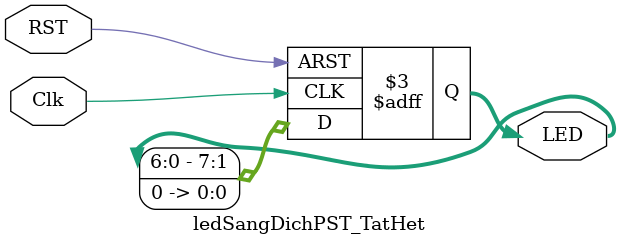
<source format=v>

`timescale 1ns/1ps

module ledSangDichPST_TatHet (
    input Clk, RST,
    output reg [7:0]LED
);

    always @ (posedge Clk or posedge RST) begin
        if (RST) 
            LED = 8'b0000_0001;
        else
            LED = LED << 1;
    end

endmodule

</source>
